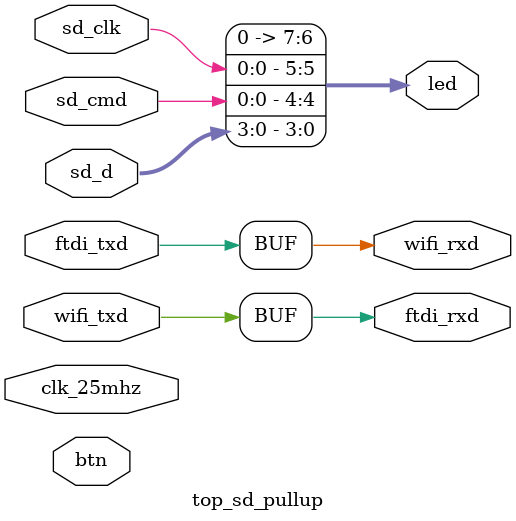
<source format=v>
`default_nettype none
module top_sd_pullup
(
  input  wire clk_25mhz,
  output wire [7:0] led,
  input  wire [6:0] btn,
  input  wire wifi_txd, ftdi_txd,
  output wire wifi_rxd, ftdi_rxd,
  input  wire sd_cmd, sd_clk,
  input  wire [3:0] sd_d
);
  assign wifi_rxd = ftdi_txd;
  assign ftdi_rxd = wifi_txd;
  assign led = {sd_clk, sd_cmd, sd_d}; // must be used to enable pullups
endmodule

</source>
